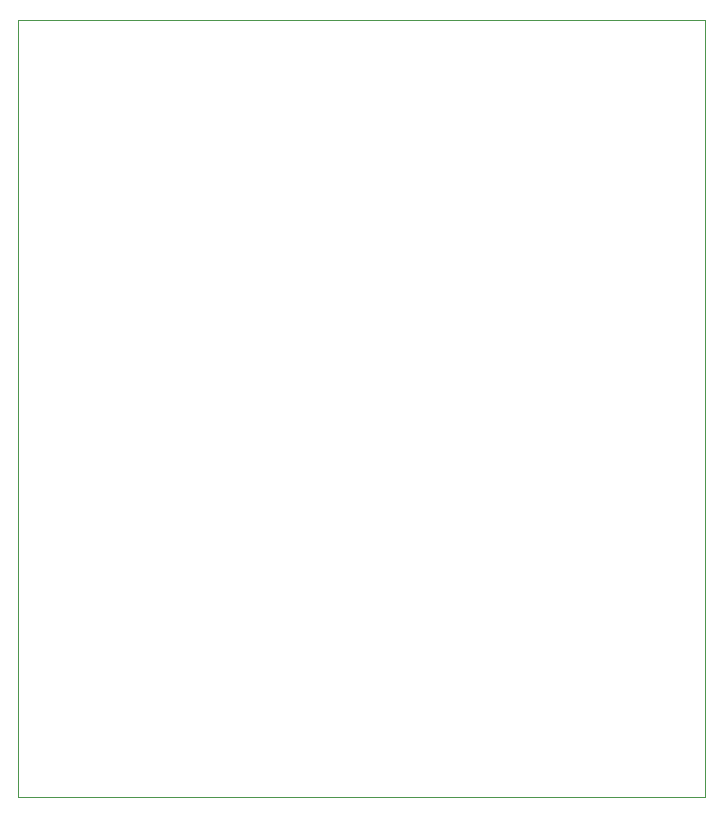
<source format=gbr>
%TF.GenerationSoftware,KiCad,Pcbnew,(6.0.4)*%
%TF.CreationDate,2022-07-11T12:49:24+03:00*%
%TF.ProjectId,V1_mini_mcp2515_based,56315f6d-696e-4695-9f6d-637032353135,rev?*%
%TF.SameCoordinates,Original*%
%TF.FileFunction,Profile,NP*%
%FSLAX46Y46*%
G04 Gerber Fmt 4.6, Leading zero omitted, Abs format (unit mm)*
G04 Created by KiCad (PCBNEW (6.0.4)) date 2022-07-11 12:49:24*
%MOMM*%
%LPD*%
G01*
G04 APERTURE LIST*
%TA.AperFunction,Profile*%
%ADD10C,0.100000*%
%TD*%
G04 APERTURE END LIST*
D10*
X35814000Y-149606000D02*
X93980000Y-149606000D01*
X93980000Y-149606000D02*
X93980000Y-83820000D01*
X93980000Y-83820000D02*
X35814000Y-83820000D01*
X35814000Y-83820000D02*
X35814000Y-149606000D01*
M02*

</source>
